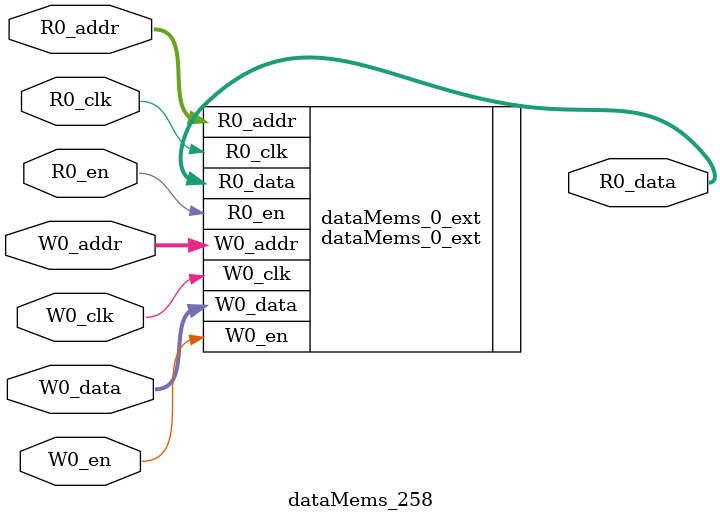
<source format=sv>
`ifndef RANDOMIZE
  `ifdef RANDOMIZE_REG_INIT
    `define RANDOMIZE
  `endif // RANDOMIZE_REG_INIT
`endif // not def RANDOMIZE
`ifndef RANDOMIZE
  `ifdef RANDOMIZE_MEM_INIT
    `define RANDOMIZE
  `endif // RANDOMIZE_MEM_INIT
`endif // not def RANDOMIZE

`ifndef RANDOM
  `define RANDOM $random
`endif // not def RANDOM

// Users can define 'PRINTF_COND' to add an extra gate to prints.
`ifndef PRINTF_COND_
  `ifdef PRINTF_COND
    `define PRINTF_COND_ (`PRINTF_COND)
  `else  // PRINTF_COND
    `define PRINTF_COND_ 1
  `endif // PRINTF_COND
`endif // not def PRINTF_COND_

// Users can define 'ASSERT_VERBOSE_COND' to add an extra gate to assert error printing.
`ifndef ASSERT_VERBOSE_COND_
  `ifdef ASSERT_VERBOSE_COND
    `define ASSERT_VERBOSE_COND_ (`ASSERT_VERBOSE_COND)
  `else  // ASSERT_VERBOSE_COND
    `define ASSERT_VERBOSE_COND_ 1
  `endif // ASSERT_VERBOSE_COND
`endif // not def ASSERT_VERBOSE_COND_

// Users can define 'STOP_COND' to add an extra gate to stop conditions.
`ifndef STOP_COND_
  `ifdef STOP_COND
    `define STOP_COND_ (`STOP_COND)
  `else  // STOP_COND
    `define STOP_COND_ 1
  `endif // STOP_COND
`endif // not def STOP_COND_

// Users can define INIT_RANDOM as general code that gets injected into the
// initializer block for modules with registers.
`ifndef INIT_RANDOM
  `define INIT_RANDOM
`endif // not def INIT_RANDOM

// If using random initialization, you can also define RANDOMIZE_DELAY to
// customize the delay used, otherwise 0.002 is used.
`ifndef RANDOMIZE_DELAY
  `define RANDOMIZE_DELAY 0.002
`endif // not def RANDOMIZE_DELAY

// Define INIT_RANDOM_PROLOG_ for use in our modules below.
`ifndef INIT_RANDOM_PROLOG_
  `ifdef RANDOMIZE
    `ifdef VERILATOR
      `define INIT_RANDOM_PROLOG_ `INIT_RANDOM
    `else  // VERILATOR
      `define INIT_RANDOM_PROLOG_ `INIT_RANDOM #`RANDOMIZE_DELAY begin end
    `endif // VERILATOR
  `else  // RANDOMIZE
    `define INIT_RANDOM_PROLOG_
  `endif // RANDOMIZE
`endif // not def INIT_RANDOM_PROLOG_

// Include register initializers in init blocks unless synthesis is set
`ifndef SYNTHESIS
  `ifndef ENABLE_INITIAL_REG_
    `define ENABLE_INITIAL_REG_
  `endif // not def ENABLE_INITIAL_REG_
`endif // not def SYNTHESIS

// Include rmemory initializers in init blocks unless synthesis is set
`ifndef SYNTHESIS
  `ifndef ENABLE_INITIAL_MEM_
    `define ENABLE_INITIAL_MEM_
  `endif // not def ENABLE_INITIAL_MEM_
`endif // not def SYNTHESIS

module dataMems_258(	// @[generators/ara/src/main/scala/UnsafeAXI4ToTL.scala:365:62]
  input  [4:0]  R0_addr,
  input         R0_en,
  input         R0_clk,
  output [66:0] R0_data,
  input  [4:0]  W0_addr,
  input         W0_en,
  input         W0_clk,
  input  [66:0] W0_data
);

  dataMems_0_ext dataMems_0_ext (	// @[generators/ara/src/main/scala/UnsafeAXI4ToTL.scala:365:62]
    .R0_addr (R0_addr),
    .R0_en   (R0_en),
    .R0_clk  (R0_clk),
    .R0_data (R0_data),
    .W0_addr (W0_addr),
    .W0_en   (W0_en),
    .W0_clk  (W0_clk),
    .W0_data (W0_data)
  );
endmodule


</source>
